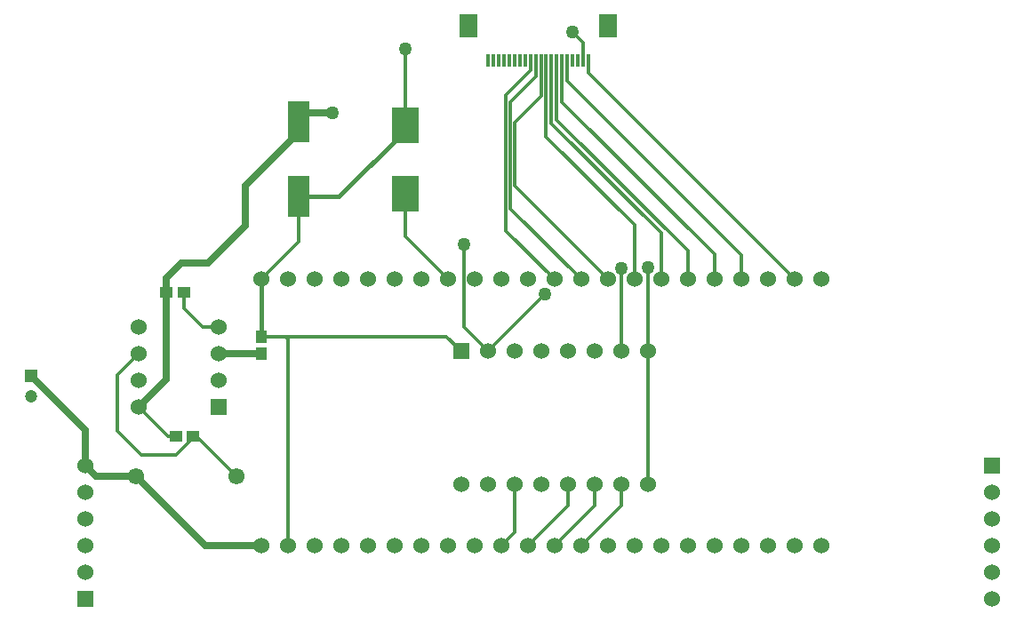
<source format=gbr>
%TF.GenerationSoftware,Altium Limited,Altium Designer,24.2.2 (26)*%
G04 Layer_Physical_Order=1*
G04 Layer_Color=255*
%FSLAX45Y45*%
%MOMM*%
%TF.SameCoordinates,259198F7-C233-4D65-A8A2-2B75CB696E96*%
%TF.FilePolarity,Positive*%
%TF.FileFunction,Copper,L1,Top,Signal*%
%TF.Part,Single*%
G01*
G75*
%TA.AperFunction,ConnectorPad*%
%ADD10R,0.30000X1.30000*%
%ADD11R,1.80000X2.20000*%
%TA.AperFunction,SMDPad,CuDef*%
%ADD12R,1.20606X1.05822*%
%ADD13R,2.50000X3.50000*%
%ADD14R,1.06822X1.20651*%
%ADD15R,2.00000X4.00000*%
%ADD16R,1.20651X1.06822*%
%TA.AperFunction,Conductor*%
%ADD17C,0.30000*%
%ADD18C,0.70000*%
%ADD19C,0.40000*%
%TA.AperFunction,ComponentPad*%
%ADD20C,1.52400*%
%ADD21R,1.52400X1.52400*%
%ADD22C,1.55000*%
%ADD23R,1.52400X1.52400*%
%ADD24C,1.20000*%
%ADD25R,1.20000X1.20000*%
%TA.AperFunction,ViaPad*%
%ADD26C,1.27000*%
D10*
X10127000Y6787002D02*
D03*
X10076998D02*
D03*
X10027001D02*
D03*
X9976998D02*
D03*
X9927001D02*
D03*
X9876998D02*
D03*
X9827001D02*
D03*
X9776998D02*
D03*
X9727001D02*
D03*
X9676999D02*
D03*
X9627001D02*
D03*
X9576999D02*
D03*
X9527002D02*
D03*
X9476999D02*
D03*
X9427002D02*
D03*
X9376999D02*
D03*
X9327002D02*
D03*
X9276999D02*
D03*
X9227002D02*
D03*
X9177000D02*
D03*
D11*
X10317002Y7112000D02*
D03*
X8987003D02*
D03*
D12*
X6197600Y3200400D02*
D03*
X6362817D02*
D03*
D13*
X8382000Y6166998D02*
D03*
Y5517002D02*
D03*
D14*
X7010400Y4152971D02*
D03*
Y3987800D02*
D03*
D15*
X7366000Y6197001D02*
D03*
Y5486999D02*
D03*
D16*
X6108629Y4572000D02*
D03*
X6273800D02*
D03*
D17*
X6451600Y4241800D02*
X6604000D01*
X6273800Y4419600D02*
Y4572000D01*
Y4419600D02*
X6451600Y4241800D01*
X7366000Y6197001D02*
Y6201500D01*
X7451000Y6286500D01*
X7366000Y6097001D02*
Y6197001D01*
X7239000Y4152971D02*
X8775629D01*
X5842000Y3479800D02*
X6121400Y3200400D01*
X6197600D01*
X8940800Y4241800D02*
Y5034280D01*
Y4241800D02*
X9169400Y4013200D01*
X9713676Y4557476D01*
X9423400Y2286000D02*
Y2743200D01*
X9296400Y2159000D02*
X9423400Y2286000D01*
X9550400Y2159000D02*
X9931400Y2540000D01*
Y2743200D01*
X9804400Y2159000D02*
X10185400Y2540000D01*
Y2743200D01*
X8775629Y4152971D02*
X8915400Y4013200D01*
X6362817Y3200400D02*
X6395202D01*
X6776202Y2819400D01*
X5638800Y3784600D02*
X5842000Y3987800D01*
X5638800Y3251200D02*
Y3784600D01*
Y3251200D02*
X5867400Y3022600D01*
X6196879D01*
X6362817Y3188538D01*
Y3200400D01*
X9576999Y6692900D02*
Y6787002D01*
X9342120Y6458021D02*
X9576999Y6692900D01*
X9342120Y5161280D02*
Y6458021D01*
Y5161280D02*
X9804400Y4699000D01*
X8382000Y5105400D02*
Y5517002D01*
Y5105400D02*
X8788400Y4699000D01*
X11582400D02*
Y4933361D01*
X9927001Y6588760D02*
X11582400Y4933361D01*
X9927001Y6588760D02*
Y6787002D01*
X11328400Y4699000D02*
Y4939238D01*
X9876998Y6390640D02*
X11328400Y4939238D01*
X9876998Y6390640D02*
Y6787002D01*
X7366000Y5054600D02*
Y5486999D01*
X7010400Y4699000D02*
X7366000Y5054600D01*
X10127000Y6662400D02*
Y6787002D01*
Y6662400D02*
X12090400Y4699000D01*
X10439400Y4013200D02*
Y4800600D01*
X9627001Y6631940D02*
Y6787002D01*
X9382760Y6387699D02*
X9627001Y6631940D01*
X9382760Y5374640D02*
Y6387699D01*
Y5374640D02*
X10058400Y4699000D01*
X11074400D02*
Y4973061D01*
X9827001Y6220460D02*
X11074400Y4973061D01*
X9827001Y6220460D02*
Y6787002D01*
X10566400Y4699000D02*
Y5219700D01*
X9727001Y6059099D02*
X10566400Y5219700D01*
X9727001Y6059099D02*
Y6787002D01*
X10820400Y4699000D02*
Y5140960D01*
X9776998Y6184362D02*
X10820400Y5140960D01*
X9776998Y6184362D02*
Y6787002D01*
X10693400Y4013200D02*
Y4808220D01*
X7010400Y4152971D02*
X7239000D01*
X7264400Y4127571D01*
Y2159000D02*
Y4127571D01*
X10076998Y6787002D02*
Y6953702D01*
X9977120Y7053580D02*
X10076998Y6953702D01*
X8382000Y6166998D02*
Y6898640D01*
X10439400Y2540000D02*
Y2743200D01*
X10058400Y2159000D02*
X10439400Y2540000D01*
X9676999Y6446520D02*
Y6787002D01*
X9423400Y6192921D02*
X9676999Y6446520D01*
X9423400Y5588000D02*
Y6192921D01*
Y5588000D02*
X10312400Y4699000D01*
X10693400Y2743200D02*
Y4013200D01*
D18*
X7451000Y6286500D02*
X7688580D01*
X5842000Y3479800D02*
X6108629Y3746429D01*
Y4572000D01*
Y4711629D01*
X6248400Y4851400D01*
X6502400D01*
X6858000Y5207000D01*
Y5589001D01*
X7366000Y6097001D01*
X5334000Y2921000D02*
X5435600Y2819400D01*
X5822198D01*
X5334000Y2921000D02*
Y3265998D01*
X4816998Y3783000D02*
X5334000Y3265998D01*
X5822198Y2819400D02*
X6482598Y2159000D01*
X7010400D01*
X6604000Y3987800D02*
X7010400D01*
D19*
Y4152971D02*
Y4699000D01*
X7366000Y5486999D02*
X7752004D01*
X8382000Y6116996D01*
Y6166998D01*
D20*
X12090400Y4699000D02*
D03*
X11836400D02*
D03*
X11582400D02*
D03*
X11328400D02*
D03*
X11074400D02*
D03*
X10820400D02*
D03*
X10566400D02*
D03*
X10312400D02*
D03*
X10058400D02*
D03*
X9804400D02*
D03*
X9550400D02*
D03*
X9296400D02*
D03*
X9042400D02*
D03*
X8788400D02*
D03*
X8534400D02*
D03*
X8280400D02*
D03*
X8026400D02*
D03*
X7772400D02*
D03*
X7518400D02*
D03*
X7264400D02*
D03*
X7010400D02*
D03*
X12344400Y2159000D02*
D03*
X12090400D02*
D03*
X11836400D02*
D03*
X11582400D02*
D03*
X11328400D02*
D03*
X11074400D02*
D03*
X10820400D02*
D03*
X10566400D02*
D03*
X10312400D02*
D03*
X10058400D02*
D03*
X9804400D02*
D03*
X9550400D02*
D03*
X9296400D02*
D03*
X9042400D02*
D03*
X8788400D02*
D03*
X8280400D02*
D03*
X8026400D02*
D03*
X7772400D02*
D03*
X7518400D02*
D03*
X7264400D02*
D03*
X7010400D02*
D03*
X12344400Y4699000D02*
D03*
X8534400Y2159000D02*
D03*
X6604000Y3733800D02*
D03*
Y3987800D02*
D03*
Y4241800D02*
D03*
X5842000Y3479800D02*
D03*
Y3733800D02*
D03*
Y3987800D02*
D03*
Y4241800D02*
D03*
X9169400Y4013200D02*
D03*
X9423400D02*
D03*
X9677400D02*
D03*
X9931400D02*
D03*
X10185400D02*
D03*
X10439400D02*
D03*
X10693400D02*
D03*
Y2743200D02*
D03*
X10439400D02*
D03*
X10185400D02*
D03*
X9931400D02*
D03*
X9677400D02*
D03*
X9423400D02*
D03*
X9169400D02*
D03*
X8915400D02*
D03*
X13970000Y2667000D02*
D03*
Y2413000D02*
D03*
Y2159000D02*
D03*
Y1905000D02*
D03*
Y1651000D02*
D03*
X5334000Y1905000D02*
D03*
Y2159000D02*
D03*
Y2413000D02*
D03*
Y2667000D02*
D03*
Y2921000D02*
D03*
D21*
X6604000Y3479800D02*
D03*
X13970000Y2921000D02*
D03*
X5334000Y1651000D02*
D03*
D22*
X5822198Y2819400D02*
D03*
X6776202D02*
D03*
D23*
X8915400Y4013200D02*
D03*
D24*
X4816998Y3583000D02*
D03*
D25*
Y3783000D02*
D03*
D26*
X7688580Y6286500D02*
D03*
X8940800Y5034280D02*
D03*
X9713676Y4557476D02*
D03*
X10439400Y4800600D02*
D03*
X10693400Y4808220D02*
D03*
X9977120Y7053580D02*
D03*
X8382000Y6898640D02*
D03*
%TF.MD5,83d333d808be6545b6bbba9fec6b2867*%
M02*

</source>
